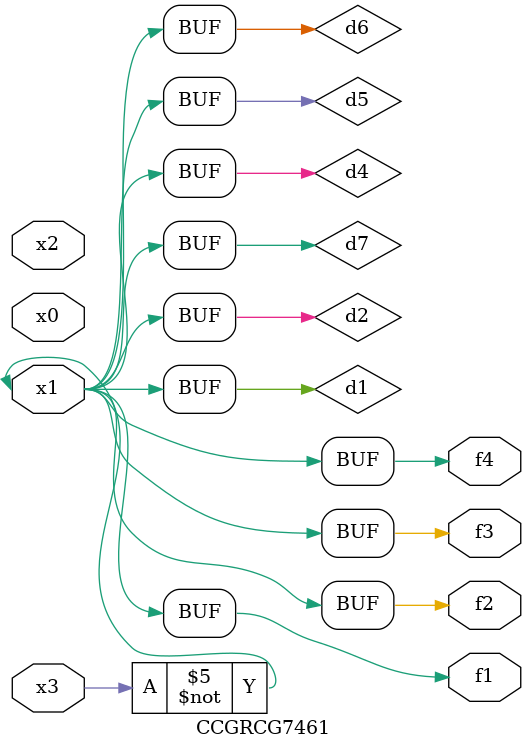
<source format=v>
module CCGRCG7461(
	input x0, x1, x2, x3,
	output f1, f2, f3, f4
);

	wire d1, d2, d3, d4, d5, d6, d7;

	not (d1, x3);
	buf (d2, x1);
	xnor (d3, d1, d2);
	nor (d4, d1);
	buf (d5, d1, d2);
	buf (d6, d4, d5);
	nand (d7, d4);
	assign f1 = d6;
	assign f2 = d7;
	assign f3 = d6;
	assign f4 = d6;
endmodule

</source>
